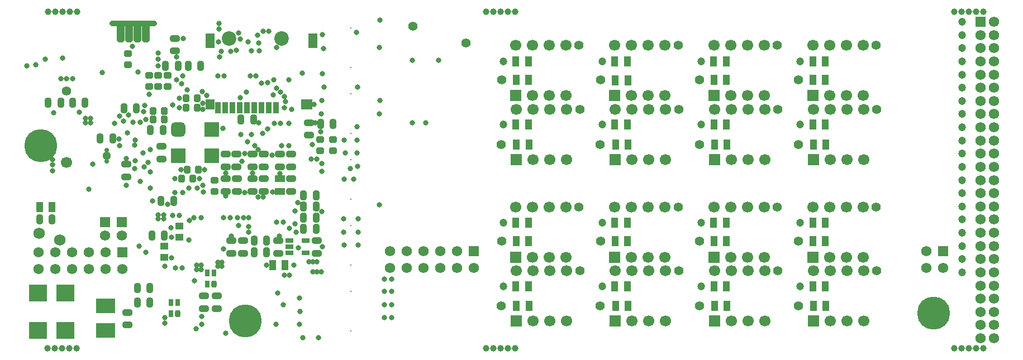
<source format=gbs>
G04*
G04 #@! TF.GenerationSoftware,Altium Limited,Altium Designer,20.1.11 (218)*
G04*
G04 Layer_Color=16711935*
%FSAX42Y42*%
%MOMM*%
G71*
G04*
G04 #@! TF.SameCoordinates,67978BD1-B2E9-4B08-9179-9D8DA7AD3022*
G04*
G04*
G04 #@! TF.FilePolarity,Negative*
G04*
G01*
G75*
%ADD17C,0.86*%
%ADD22R,2.70X2.50*%
%ADD24R,3.00X2.20*%
G04:AMPARAMS|DCode=25|XSize=1mm|YSize=1.5mm|CornerRadius=0.3mm|HoleSize=0mm|Usage=FLASHONLY|Rotation=180.000|XOffset=0mm|YOffset=0mm|HoleType=Round|Shape=RoundedRectangle|*
%AMROUNDEDRECTD25*
21,1,1.00,0.90,0,0,180.0*
21,1,0.40,1.50,0,0,180.0*
1,1,0.60,-0.20,0.45*
1,1,0.60,0.20,0.45*
1,1,0.60,0.20,-0.45*
1,1,0.60,-0.20,-0.45*
%
%ADD25ROUNDEDRECTD25*%
G04:AMPARAMS|DCode=26|XSize=1mm|YSize=1.5mm|CornerRadius=0.3mm|HoleSize=0mm|Usage=FLASHONLY|Rotation=90.000|XOffset=0mm|YOffset=0mm|HoleType=Round|Shape=RoundedRectangle|*
%AMROUNDEDRECTD26*
21,1,1.00,0.90,0,0,90.0*
21,1,0.40,1.50,0,0,90.0*
1,1,0.60,0.45,0.20*
1,1,0.60,0.45,-0.20*
1,1,0.60,-0.45,-0.20*
1,1,0.60,-0.45,0.20*
%
%ADD26ROUNDEDRECTD26*%
G04:AMPARAMS|DCode=31|XSize=1mm|YSize=1.2mm|CornerRadius=0.3mm|HoleSize=0mm|Usage=FLASHONLY|Rotation=270.000|XOffset=0mm|YOffset=0mm|HoleType=Round|Shape=RoundedRectangle|*
%AMROUNDEDRECTD31*
21,1,1.00,0.60,0,0,270.0*
21,1,0.40,1.20,0,0,270.0*
1,1,0.60,-0.30,-0.20*
1,1,0.60,-0.30,0.20*
1,1,0.60,0.30,0.20*
1,1,0.60,0.30,-0.20*
%
%ADD31ROUNDEDRECTD31*%
G04:AMPARAMS|DCode=32|XSize=1mm|YSize=1.2mm|CornerRadius=0.3mm|HoleSize=0mm|Usage=FLASHONLY|Rotation=180.000|XOffset=0mm|YOffset=0mm|HoleType=Round|Shape=RoundedRectangle|*
%AMROUNDEDRECTD32*
21,1,1.00,0.60,0,0,180.0*
21,1,0.40,1.20,0,0,180.0*
1,1,0.60,-0.20,0.30*
1,1,0.60,0.20,0.30*
1,1,0.60,0.20,-0.30*
1,1,0.60,-0.20,-0.30*
%
%ADD32ROUNDEDRECTD32*%
G04:AMPARAMS|DCode=39|XSize=2.74mm|YSize=1.12mm|CornerRadius=0mm|HoleSize=0mm|Usage=FLASHONLY|Rotation=90.000|XOffset=0mm|YOffset=0mm|HoleType=Round|Shape=Octagon|*
%AMOCTAGOND39*
4,1,8,0.28,1.37,-0.28,1.37,-0.56,1.09,-0.56,-1.09,-0.28,-1.37,0.28,-1.37,0.56,-1.09,0.56,1.09,0.28,1.37,0.0*
%
%ADD39OCTAGOND39*%

%ADD42C,5.00*%
%ADD43R,1.70X1.70*%
%ADD44C,1.70*%
%ADD45C,0.20*%
%ADD46C,2.20*%
%ADD47C,1.57*%
%ADD48R,1.57X1.57*%
%ADD49R,1.57X1.57*%
%ADD50C,1.73*%
%ADD51C,1.40*%
%ADD52C,1.20*%
%ADD53C,0.80*%
%ADD54C,0.70*%
%ADD55C,1.30*%
%ADD56C,1.00*%
%ADD122R,1.00X1.50*%
%ADD123R,1.50X1.00*%
%ADD124R,2.20X2.20*%
G04:AMPARAMS|DCode=125|XSize=2.2mm|YSize=2.2mm|CornerRadius=0.6mm|HoleSize=0mm|Usage=FLASHONLY|Rotation=270.000|XOffset=0mm|YOffset=0mm|HoleType=Round|Shape=RoundedRectangle|*
%AMROUNDEDRECTD125*
21,1,2.20,1.00,0,0,270.0*
21,1,1.00,2.20,0,0,270.0*
1,1,1.20,-0.50,-0.50*
1,1,1.20,-0.50,0.50*
1,1,1.20,0.50,0.50*
1,1,1.20,0.50,-0.50*
%
%ADD125ROUNDEDRECTD125*%
%ADD126R,0.80X1.10*%
G04:AMPARAMS|DCode=127|XSize=1.1mm|YSize=0.8mm|CornerRadius=0.25mm|HoleSize=0mm|Usage=FLASHONLY|Rotation=90.000|XOffset=0mm|YOffset=0mm|HoleType=Round|Shape=RoundedRectangle|*
%AMROUNDEDRECTD127*
21,1,1.10,0.30,0,0,90.0*
21,1,0.60,0.80,0,0,90.0*
1,1,0.50,0.15,0.30*
1,1,0.50,0.15,-0.30*
1,1,0.50,-0.15,-0.30*
1,1,0.50,-0.15,0.30*
%
%ADD127ROUNDEDRECTD127*%
%ADD128R,1.20X1.00*%
%ADD129R,1.15X0.80*%
%ADD130R,0.90X1.80*%
%ADD131R,1.40X1.60*%
%ADD132R,1.80X1.60*%
%ADD133R,1.40X2.20*%
D17*
X019974Y006959D02*
X020609D01*
D22*
X019265Y002876D02*
D03*
Y002306D02*
D03*
X018855D02*
D03*
Y002876D02*
D03*
D24*
X019875Y002306D02*
D03*
Y002675D02*
D03*
D25*
X022875Y004015D02*
D03*
X023065D02*
D03*
X022875Y004185D02*
D03*
X023065D02*
D03*
X019065Y003986D02*
D03*
X018875D02*
D03*
X019005Y005756D02*
D03*
X019195D02*
D03*
X019565D02*
D03*
X019375D02*
D03*
X019795Y005216D02*
D03*
X019985D02*
D03*
X020765Y003746D02*
D03*
X020575D02*
D03*
X022117Y005506D02*
D03*
X021927D02*
D03*
X020745Y005346D02*
D03*
X020555D02*
D03*
X021315Y006316D02*
D03*
X021125D02*
D03*
X020345Y005676D02*
D03*
X020155D02*
D03*
X020715Y004266D02*
D03*
X020905D02*
D03*
X020785Y006316D02*
D03*
X020975D02*
D03*
X023135Y005436D02*
D03*
X023325D02*
D03*
X022315Y003487D02*
D03*
X022125D02*
D03*
X022315Y003667D02*
D03*
X022125D02*
D03*
X022875Y003845D02*
D03*
X023065D02*
D03*
X022875Y004356D02*
D03*
X023065D02*
D03*
X020355Y002726D02*
D03*
X020545D02*
D03*
X020355Y002946D02*
D03*
X020545D02*
D03*
D26*
X022515Y004976D02*
D03*
Y004786D02*
D03*
X021695Y004416D02*
D03*
Y004606D02*
D03*
X021695Y004976D02*
D03*
Y004786D02*
D03*
X022105Y004976D02*
D03*
Y004786D02*
D03*
X022105Y004416D02*
D03*
Y004606D02*
D03*
X023075Y003476D02*
D03*
Y003666D02*
D03*
X022495Y003667D02*
D03*
Y003477D02*
D03*
X021955D02*
D03*
Y003667D02*
D03*
X021785Y003477D02*
D03*
Y003667D02*
D03*
X020925Y006546D02*
D03*
Y006736D02*
D03*
X020725Y004906D02*
D03*
Y005096D02*
D03*
X020205Y002386D02*
D03*
Y002576D02*
D03*
X022955Y005456D02*
D03*
Y005266D02*
D03*
X022685Y004416D02*
D03*
Y004606D02*
D03*
Y004976D02*
D03*
Y004786D02*
D03*
X021865Y004416D02*
D03*
Y004606D02*
D03*
X021855Y004976D02*
D03*
Y004786D02*
D03*
X022275Y004976D02*
D03*
Y004786D02*
D03*
X022275Y004416D02*
D03*
Y004606D02*
D03*
X020185Y004826D02*
D03*
Y004636D02*
D03*
X021365Y002636D02*
D03*
Y002826D02*
D03*
X021565Y002636D02*
D03*
Y002826D02*
D03*
D31*
X020215Y006506D02*
D03*
Y006336D02*
D03*
X021525Y004416D02*
D03*
Y004586D02*
D03*
X020815Y006006D02*
D03*
Y006176D02*
D03*
X020675Y006006D02*
D03*
Y006176D02*
D03*
X020535Y006006D02*
D03*
Y006176D02*
D03*
X023325Y005028D02*
D03*
Y005198D02*
D03*
X023125Y005028D02*
D03*
Y005198D02*
D03*
D32*
X021095Y005826D02*
D03*
X021265D02*
D03*
X021095Y005686D02*
D03*
X021265D02*
D03*
X020765Y005636D02*
D03*
X020595D02*
D03*
Y005506D02*
D03*
X020765D02*
D03*
X021115Y004746D02*
D03*
X021285D02*
D03*
X021025Y004606D02*
D03*
X021195D02*
D03*
D39*
X020101Y006807D02*
D03*
X020482D02*
D03*
X020355D02*
D03*
X020228D02*
D03*
D42*
X032425Y002566D02*
D03*
X018895Y005106D02*
D03*
X021995Y002446D02*
D03*
D43*
X030592Y003418D02*
D03*
X030601Y002446D02*
D03*
X027601Y004896D02*
D03*
X027592Y005868D02*
D03*
X029101Y004896D02*
D03*
X029092Y005868D02*
D03*
X030601Y004896D02*
D03*
X030592Y005868D02*
D03*
X026101Y002446D02*
D03*
X026092Y003418D02*
D03*
X027601Y002446D02*
D03*
X027592Y003418D02*
D03*
X029101Y002446D02*
D03*
X029092Y003418D02*
D03*
X026092Y005868D02*
D03*
X026101Y004896D02*
D03*
D44*
X030846Y003418D02*
D03*
X031100D02*
D03*
X031354D02*
D03*
X030592Y004180D02*
D03*
X030846D02*
D03*
X031100D02*
D03*
X031354D02*
D03*
X030855Y002446D02*
D03*
X031109D02*
D03*
X031363D02*
D03*
X030601Y003208D02*
D03*
X030855D02*
D03*
X031109D02*
D03*
X031363D02*
D03*
X028363Y005658D02*
D03*
X028109D02*
D03*
X027855D02*
D03*
X027601D02*
D03*
X028363Y004896D02*
D03*
X028109D02*
D03*
X027855D02*
D03*
X028354Y006630D02*
D03*
X028100D02*
D03*
X027846D02*
D03*
X027592D02*
D03*
X028354Y005868D02*
D03*
X028100D02*
D03*
X027846D02*
D03*
X029863Y005658D02*
D03*
X029609D02*
D03*
X029355D02*
D03*
X029101D02*
D03*
X029863Y004896D02*
D03*
X029609D02*
D03*
X029355D02*
D03*
X029854Y006630D02*
D03*
X029600D02*
D03*
X029346D02*
D03*
X029092D02*
D03*
X029854Y005868D02*
D03*
X029600D02*
D03*
X029346D02*
D03*
X030855Y004896D02*
D03*
X031109D02*
D03*
X031363D02*
D03*
X030601Y005658D02*
D03*
X030855D02*
D03*
X031109D02*
D03*
X031363D02*
D03*
X030846Y005868D02*
D03*
X031100D02*
D03*
X031354D02*
D03*
X030592Y006630D02*
D03*
X030846D02*
D03*
X031100D02*
D03*
X031354D02*
D03*
X026355Y002446D02*
D03*
X026609D02*
D03*
X026863D02*
D03*
X026101Y003208D02*
D03*
X026355D02*
D03*
X026609D02*
D03*
X026863D02*
D03*
X026346Y003418D02*
D03*
X026600D02*
D03*
X026854D02*
D03*
X026092Y004180D02*
D03*
X026346D02*
D03*
X026600D02*
D03*
X026854D02*
D03*
X027855Y002446D02*
D03*
X028109D02*
D03*
X028363D02*
D03*
X027601Y003208D02*
D03*
X027855D02*
D03*
X028109D02*
D03*
X028363D02*
D03*
X027846Y003418D02*
D03*
X028100D02*
D03*
X028354D02*
D03*
X027592Y004180D02*
D03*
X027846D02*
D03*
X028100D02*
D03*
X028354D02*
D03*
X029863Y003208D02*
D03*
X029609D02*
D03*
X029355D02*
D03*
X029101D02*
D03*
X029863Y002446D02*
D03*
X029609D02*
D03*
X029355D02*
D03*
X029854Y004180D02*
D03*
X029600D02*
D03*
X029346D02*
D03*
X029092D02*
D03*
X029854Y003418D02*
D03*
X029600D02*
D03*
X029346D02*
D03*
X026346Y005868D02*
D03*
X026600D02*
D03*
X026854D02*
D03*
X026092Y006630D02*
D03*
X026346D02*
D03*
X026600D02*
D03*
X026854D02*
D03*
X026355Y004896D02*
D03*
X026609D02*
D03*
X026863D02*
D03*
X026101Y005658D02*
D03*
X026355D02*
D03*
X026609D02*
D03*
X026863D02*
D03*
X019285Y004856D02*
D03*
D45*
X023595Y002896D02*
D03*
Y003296D02*
D03*
Y003896D02*
D03*
Y002296D02*
D03*
X023595Y004896D02*
D03*
Y004296D02*
D03*
X023595Y005296D02*
D03*
Y006896D02*
D03*
Y006296D02*
D03*
Y005896D02*
D03*
D46*
X022543Y006736D02*
D03*
X021745D02*
D03*
D47*
X018856Y003493D02*
D03*
Y003239D02*
D03*
X019872Y003493D02*
D03*
Y003239D02*
D03*
X020126D02*
D03*
X019110Y003493D02*
D03*
Y003239D02*
D03*
X019364Y003493D02*
D03*
Y003239D02*
D03*
X019618Y003493D02*
D03*
Y003239D02*
D03*
X019865Y003746D02*
D03*
X020125D02*
D03*
X024945Y003504D02*
D03*
Y003250D02*
D03*
X024691Y003504D02*
D03*
Y003250D02*
D03*
X025453D02*
D03*
X025199Y003504D02*
D03*
Y003250D02*
D03*
X024183Y003504D02*
D03*
Y003250D02*
D03*
X024437Y003504D02*
D03*
Y003250D02*
D03*
X032311D02*
D03*
Y003504D02*
D03*
X032565Y003250D02*
D03*
X033135Y003186D02*
D03*
X033335Y003186D02*
D03*
Y002986D02*
D03*
X033135Y002786D02*
D03*
X033335Y002786D02*
D03*
Y002586D02*
D03*
Y002386D02*
D03*
X033135Y002186D02*
D03*
X033335Y002186D02*
D03*
X033135Y002586D02*
D03*
Y002386D02*
D03*
Y002986D02*
D03*
Y003786D02*
D03*
X033335Y003786D02*
D03*
X033135Y003586D02*
D03*
X033335Y003586D02*
D03*
X033135Y003386D02*
D03*
X033335Y003386D02*
D03*
Y006986D02*
D03*
X033135Y006586D02*
D03*
X033335D02*
D03*
X033135Y006186D02*
D03*
X033335D02*
D03*
X033135Y005786D02*
D03*
X033335D02*
D03*
X033135Y005386D02*
D03*
X033335D02*
D03*
X033135Y004986D02*
D03*
X033335Y004986D02*
D03*
X033135Y004586D02*
D03*
X033335Y004586D02*
D03*
X033135Y004186D02*
D03*
X033335Y004186D02*
D03*
X033135Y006786D02*
D03*
X033335D02*
D03*
X033135Y006386D02*
D03*
X033335D02*
D03*
X033135Y005986D02*
D03*
X033335D02*
D03*
X033135Y005586D02*
D03*
X033335D02*
D03*
X033135Y005186D02*
D03*
X033335D02*
D03*
X033135Y004786D02*
D03*
X033335D02*
D03*
X033135Y004386D02*
D03*
X033335Y004386D02*
D03*
X033135Y003986D02*
D03*
X033335Y003986D02*
D03*
D48*
X020126Y003493D02*
D03*
X019865Y003946D02*
D03*
X020125D02*
D03*
X025453Y003504D02*
D03*
X032565D02*
D03*
D49*
X033135Y006986D02*
D03*
D50*
X018865Y003776D02*
D03*
X019185Y003676D02*
D03*
D51*
X030375Y003656D02*
D03*
X030372Y002677D02*
D03*
X031551Y004178D02*
D03*
X031561Y003208D02*
D03*
X028561Y005658D02*
D03*
X028551Y006628D02*
D03*
X024535Y006916D02*
D03*
X027372Y005127D02*
D03*
X027375Y006106D02*
D03*
X030061Y005658D02*
D03*
X030051Y006628D02*
D03*
X028872Y005127D02*
D03*
X028875Y006106D02*
D03*
X031561Y005658D02*
D03*
X031551Y006628D02*
D03*
X030372Y005127D02*
D03*
X030375Y006106D02*
D03*
X027061Y003208D02*
D03*
X027051Y004178D02*
D03*
X025872Y002677D02*
D03*
X025875Y003656D02*
D03*
X028561Y003208D02*
D03*
X028551Y004178D02*
D03*
X027372Y002677D02*
D03*
X027375Y003656D02*
D03*
X025335Y006666D02*
D03*
X028872Y002677D02*
D03*
X030061Y003208D02*
D03*
X030051Y004178D02*
D03*
X028875Y003656D02*
D03*
X025875Y006106D02*
D03*
X025872Y005127D02*
D03*
X027051Y006628D02*
D03*
X027061Y005658D02*
D03*
X019285Y005936D02*
D03*
D52*
X030401Y003938D02*
D03*
X030402Y002977D02*
D03*
X032855Y006386D02*
D03*
Y006586D02*
D03*
X025902Y002977D02*
D03*
X025901Y003938D02*
D03*
X025902Y005427D02*
D03*
X027402Y002977D02*
D03*
X027401Y003938D02*
D03*
X027402Y005427D02*
D03*
X025901Y006388D02*
D03*
X027401D02*
D03*
X028902Y002977D02*
D03*
X028901Y003938D02*
D03*
X028902Y005427D02*
D03*
X028901Y006388D02*
D03*
X030402Y005427D02*
D03*
X030401Y006388D02*
D03*
X032855Y005986D02*
D03*
Y006186D02*
D03*
Y005586D02*
D03*
Y005786D02*
D03*
Y005186D02*
D03*
Y005386D02*
D03*
Y004786D02*
D03*
Y004986D02*
D03*
Y003186D02*
D03*
Y003386D02*
D03*
Y003586D02*
D03*
Y003786D02*
D03*
Y003986D02*
D03*
Y004186D02*
D03*
Y004386D02*
D03*
Y004586D02*
D03*
Y006786D02*
D03*
Y006986D02*
D03*
D53*
X024105Y002896D02*
D03*
X024215D02*
D03*
X024105Y002696D02*
D03*
X024215D02*
D03*
X024105Y002496D02*
D03*
X024215D02*
D03*
X020555Y004466D02*
D03*
X020405Y004566D02*
D03*
X020895Y004046D02*
D03*
X020815Y004216D02*
D03*
X024215Y003086D02*
D03*
X024105D02*
D03*
X023075Y003196D02*
D03*
X023485Y003996D02*
D03*
Y003796D02*
D03*
X022955Y003346D02*
D03*
X023495Y003596D02*
D03*
X022865Y002196D02*
D03*
X023145Y003196D02*
D03*
X023098Y002196D02*
D03*
X023705Y003796D02*
D03*
Y003596D02*
D03*
X023015Y003196D02*
D03*
Y003346D02*
D03*
X023705Y003996D02*
D03*
X023075Y003346D02*
D03*
X024925Y006406D02*
D03*
X024525D02*
D03*
X024725Y005456D02*
D03*
X024525D02*
D03*
X020185Y004506D02*
D03*
X020085Y005106D02*
D03*
X020955Y006456D02*
D03*
X020185Y004916D02*
D03*
X020285Y006616D02*
D03*
X020995Y005826D02*
D03*
Y005686D02*
D03*
X020465Y005716D02*
D03*
X020485Y005506D02*
D03*
X021965Y004016D02*
D03*
X021015Y004746D02*
D03*
X020925Y004606D02*
D03*
X021325Y003226D02*
D03*
Y003296D02*
D03*
X021255Y003226D02*
D03*
Y003296D02*
D03*
X019075Y004726D02*
D03*
X019075Y004816D02*
D03*
Y004896D02*
D03*
X019092Y005603D02*
D03*
X021635Y003336D02*
D03*
Y003276D02*
D03*
X021575Y003336D02*
D03*
Y003276D02*
D03*
X019475Y005616D02*
D03*
X019575Y005456D02*
D03*
X019645D02*
D03*
X019575Y005526D02*
D03*
X019645D02*
D03*
X022565Y003945D02*
D03*
X024025Y004212D02*
D03*
X020865Y003864D02*
D03*
X020445Y004996D02*
D03*
X020585Y004266D02*
D03*
X020675Y004056D02*
D03*
X020755D02*
D03*
X020675Y003996D02*
D03*
Y006416D02*
D03*
X021295Y004606D02*
D03*
X022855Y006209D02*
D03*
X022065Y006169D02*
D03*
X021045Y004398D02*
D03*
X023165Y006796D02*
D03*
X021575Y006169D02*
D03*
X022725Y003296D02*
D03*
X020385Y003586D02*
D03*
X020755Y003996D02*
D03*
X021666Y003537D02*
D03*
X022010Y005918D02*
D03*
X023005Y005126D02*
D03*
X022195Y005456D02*
D03*
X021765Y004016D02*
D03*
X020675Y006316D02*
D03*
X020225Y005577D02*
D03*
X022795Y003556D02*
D03*
X021695Y004696D02*
D03*
X022105D02*
D03*
X022515Y004686D02*
D03*
X023155Y004106D02*
D03*
X023055Y005456D02*
D03*
X022465Y003945D02*
D03*
X023165Y003576D02*
D03*
X023495Y005196D02*
D03*
X023685D02*
D03*
X022505Y003736D02*
D03*
X023685Y004996D02*
D03*
X023505D02*
D03*
X023695Y004796D02*
D03*
X023585Y004756D02*
D03*
X023635Y004596D02*
D03*
X023155Y004836D02*
D03*
X023155Y004716D02*
D03*
X023495Y004596D02*
D03*
X022405Y004406D02*
D03*
X022395Y004966D02*
D03*
X022745Y004116D02*
D03*
X022785Y004246D02*
D03*
X021695Y004341D02*
D03*
X021985Y004986D02*
D03*
X022189Y005046D02*
D03*
X021985Y004396D02*
D03*
X022235Y006056D02*
D03*
X021353Y005747D02*
D03*
X023696Y006000D02*
D03*
X021345Y005656D02*
D03*
X023185Y005996D02*
D03*
X022335Y006066D02*
D03*
X021115Y005956D02*
D03*
X020535Y005888D02*
D03*
X021408Y005871D02*
D03*
X021341Y005929D02*
D03*
X020955Y006106D02*
D03*
X021025Y006044D02*
D03*
X021335Y002516D02*
D03*
Y002396D02*
D03*
X021265Y004466D02*
D03*
X021135D02*
D03*
X023075Y004902D02*
D03*
X022993D02*
D03*
X023689Y005393D02*
D03*
X023135Y005316D02*
D03*
X020995Y004046D02*
D03*
X021149Y003970D02*
D03*
X021215Y004016D02*
D03*
X022655Y005446D02*
D03*
X022525D02*
D03*
X022435D02*
D03*
X022695Y005656D02*
D03*
X022585Y005686D02*
D03*
X022603Y005774D02*
D03*
X022585Y005856D02*
D03*
X022465Y005976D02*
D03*
X022427Y006106D02*
D03*
X022255Y005290D02*
D03*
X022334Y005357D02*
D03*
X021895Y006816D02*
D03*
X021915Y006726D02*
D03*
X021855Y006556D02*
D03*
X021775Y006536D02*
D03*
X021585Y006686D02*
D03*
X021625Y006536D02*
D03*
X021605Y006456D02*
D03*
X020405Y005466D02*
D03*
X020292Y005460D02*
D03*
X020145Y005476D02*
D03*
X020205Y005306D02*
D03*
X020325Y005196D02*
D03*
X020315Y005116D02*
D03*
X020517Y004855D02*
D03*
X022465Y006596D02*
D03*
X022345Y006846D02*
D03*
X022265D02*
D03*
X022175Y006786D02*
D03*
X022195Y006666D02*
D03*
X022205Y006546D02*
D03*
X022085Y006546D02*
D03*
X022035Y006686D02*
D03*
X021874Y004016D02*
D03*
X022745Y003926D02*
D03*
X022137Y005106D02*
D03*
X022545D02*
D03*
X022025Y005166D02*
D03*
X021925Y005276D02*
D03*
X022085D02*
D03*
X020325Y004876D02*
D03*
X020315Y004756D02*
D03*
X021895Y003896D02*
D03*
X022655Y006108D02*
D03*
X022763Y003796D02*
D03*
X022045D02*
D03*
X022665Y003856D02*
D03*
X022045Y003876D02*
D03*
X022585Y003146D02*
D03*
X022485Y002876D02*
D03*
X022665Y003146D02*
D03*
X022815Y002796D02*
D03*
X022265Y004326D02*
D03*
X022569Y002691D02*
D03*
X022825Y002596D02*
D03*
X022185Y004332D02*
D03*
X022455Y002396D02*
D03*
X021355Y004406D02*
D03*
X022815Y002396D02*
D03*
X021345Y004506D02*
D03*
X023150Y005796D02*
D03*
X022525Y005916D02*
D03*
X024035Y005796D02*
D03*
X022414Y005876D02*
D03*
X020457Y004788D02*
D03*
X020875Y003716D02*
D03*
Y003406D02*
D03*
X020555Y004706D02*
D03*
X020775Y003276D02*
D03*
X020015Y005446D02*
D03*
X021945Y004866D02*
D03*
X018815Y006336D02*
D03*
X018965Y006416D02*
D03*
X020775Y002496D02*
D03*
Y002416D02*
D03*
X020935Y003256D02*
D03*
X021325Y004016D02*
D03*
X020365Y006226D02*
D03*
X020893Y005724D02*
D03*
X021594Y006958D02*
D03*
X023675Y006826D02*
D03*
X021595Y006876D02*
D03*
X024025Y006596D02*
D03*
Y005593D02*
D03*
X023147D02*
D03*
X018685Y006316D02*
D03*
X019224Y006437D02*
D03*
X019285Y006126D02*
D03*
X019195D02*
D03*
X019375D02*
D03*
X021675Y006169D02*
D03*
X020455Y005626D02*
D03*
X021915Y005836D02*
D03*
X021785Y003736D02*
D03*
X020925Y004398D02*
D03*
X019685Y004826D02*
D03*
X021655Y005366D02*
D03*
X020075Y005206D02*
D03*
X021135Y003676D02*
D03*
X021035Y003256D02*
D03*
X024035Y007011D02*
D03*
X020085Y005556D02*
D03*
X023181Y006579D02*
D03*
X021665Y004016D02*
D03*
X020555Y005046D02*
D03*
X021695Y002266D02*
D03*
X021245Y002326D02*
D03*
X021225Y003056D02*
D03*
X021055Y006736D02*
D03*
X020485Y003486D02*
D03*
X022655Y005106D02*
D03*
X023035Y005736D02*
D03*
X023165Y006196D02*
D03*
X019625Y004446D02*
D03*
X021045Y006169D02*
D03*
X020675Y006516D02*
D03*
X021375Y004746D02*
D03*
X022045Y004016D02*
D03*
X022315Y003296D02*
D03*
X022154Y006168D02*
D03*
X019825Y006216D02*
D03*
D54*
X019895Y004874D02*
D03*
Y005039D02*
D03*
D55*
Y004956D02*
D03*
D56*
X019005Y007136D02*
D03*
X019115D02*
D03*
X019225D02*
D03*
X019335D02*
D03*
X019445D02*
D03*
X026085D02*
D03*
X025975D02*
D03*
X025865D02*
D03*
X025755D02*
D03*
X025645D02*
D03*
X033175D02*
D03*
X033065D02*
D03*
X032955D02*
D03*
X032845D02*
D03*
X032735D02*
D03*
X019435Y002036D02*
D03*
X019325D02*
D03*
X019215D02*
D03*
X019105D02*
D03*
X018995D02*
D03*
X026085D02*
D03*
X025975D02*
D03*
X025865D02*
D03*
X025755D02*
D03*
X025645D02*
D03*
X033175D02*
D03*
X033065D02*
D03*
X032955D02*
D03*
X032845D02*
D03*
X032735D02*
D03*
D122*
X030595Y003656D02*
D03*
X030785D02*
D03*
X030781Y003938D02*
D03*
X030591D02*
D03*
X030602Y002677D02*
D03*
X030792D02*
D03*
X030782Y002977D02*
D03*
X030592D02*
D03*
X027592Y005427D02*
D03*
X027782D02*
D03*
X027792Y005127D02*
D03*
X027602D02*
D03*
X027591Y006388D02*
D03*
X027781D02*
D03*
X027601Y006098D02*
D03*
X027791D02*
D03*
X029092Y005427D02*
D03*
X029282D02*
D03*
X029292Y005127D02*
D03*
X029102D02*
D03*
X029091Y006388D02*
D03*
X029281D02*
D03*
X029285Y006106D02*
D03*
X029095D02*
D03*
X030592Y005427D02*
D03*
X030782D02*
D03*
X030792Y005127D02*
D03*
X030602D02*
D03*
X030591Y006388D02*
D03*
X030781D02*
D03*
X030785Y006106D02*
D03*
X030595D02*
D03*
X026092Y002977D02*
D03*
X026282D02*
D03*
X026292Y002677D02*
D03*
X026102D02*
D03*
X026091Y003938D02*
D03*
X026281D02*
D03*
X026285Y003656D02*
D03*
X026095D02*
D03*
X027592Y002977D02*
D03*
X027782D02*
D03*
X027792Y002677D02*
D03*
X027602D02*
D03*
X027591Y003938D02*
D03*
X027781D02*
D03*
X027785Y003656D02*
D03*
X027595D02*
D03*
X029092Y002977D02*
D03*
X029282D02*
D03*
X029292Y002677D02*
D03*
X029102D02*
D03*
X029091Y003938D02*
D03*
X029281D02*
D03*
X029285Y003656D02*
D03*
X029095D02*
D03*
X026281Y006388D02*
D03*
X026091D02*
D03*
X026095Y006106D02*
D03*
X026285D02*
D03*
X026282Y005427D02*
D03*
X026092D02*
D03*
X026102Y005127D02*
D03*
X026292D02*
D03*
X022595Y003296D02*
D03*
X022405D02*
D03*
X019065Y004176D02*
D03*
X018875D02*
D03*
D123*
X022515Y004606D02*
D03*
Y004416D02*
D03*
D124*
X021485Y005356D02*
D03*
X020977Y004956D02*
D03*
X021485D02*
D03*
D125*
X020977Y005356D02*
D03*
D126*
X020865Y002726D02*
D03*
X020965D02*
D03*
X020865Y002556D02*
D03*
X021415Y003006D02*
D03*
X021515Y003176D02*
D03*
X021415D02*
D03*
D127*
X020965Y002556D02*
D03*
X021515Y003006D02*
D03*
D128*
X020765Y003416D02*
D03*
Y003586D02*
D03*
X020995Y003716D02*
D03*
Y003886D02*
D03*
D129*
X022910Y003482D02*
D03*
X022665D02*
D03*
Y003577D02*
D03*
Y003672D02*
D03*
X022910D02*
D03*
D130*
X021911Y005686D02*
D03*
X021581D02*
D03*
X022131D02*
D03*
X022021D02*
D03*
X022241D02*
D03*
X021691D02*
D03*
X021801D02*
D03*
X022461D02*
D03*
X022351D02*
D03*
D131*
X021463Y005736D02*
D03*
D132*
X022923D02*
D03*
D133*
X023013Y006696D02*
D03*
X021463D02*
D03*
M02*

</source>
